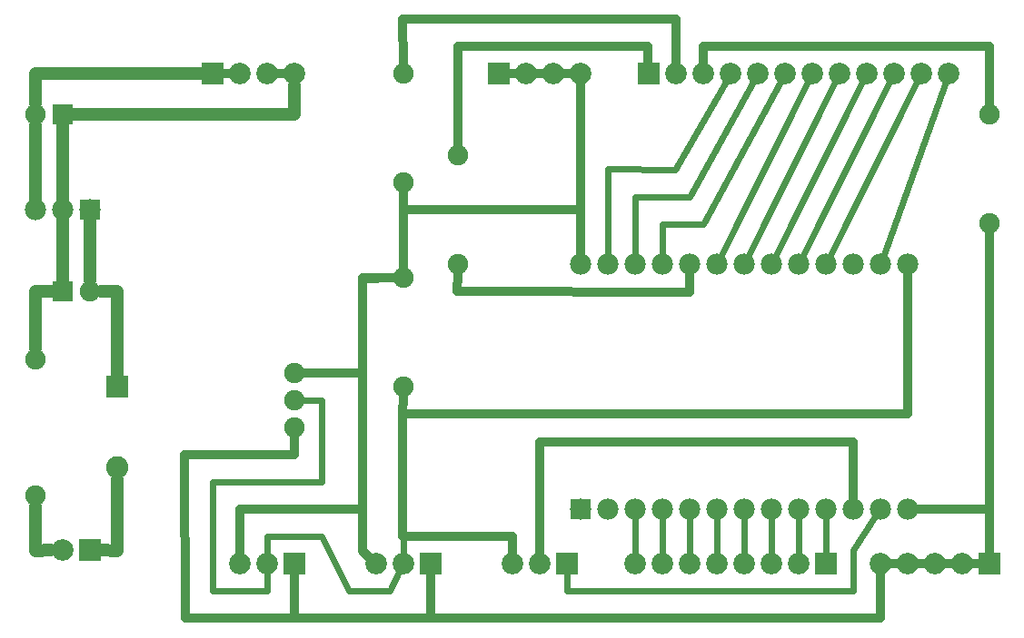
<source format=gbl>
G04 MADE WITH FRITZING*
G04 WWW.FRITZING.ORG*
G04 DOUBLE SIDED*
G04 HOLES PLATED*
G04 CONTOUR ON CENTER OF CONTOUR VECTOR*
%ASAXBY*%
%FSLAX23Y23*%
%MOIN*%
%OFA0B0*%
%SFA1.0B1.0*%
%ADD10C,0.078000*%
%ADD11C,0.075000*%
%ADD12C,0.082000*%
%ADD13C,0.079370*%
%ADD14C,0.075433*%
%ADD15R,0.078000X0.078000*%
%ADD16R,0.075000X0.075000*%
%ADD17R,0.082000X0.082000*%
%ADD18R,0.079370X0.079370*%
%ADD19C,0.032000*%
%ADD20C,0.024000*%
%ADD21C,0.048000*%
%LNCOPPER0*%
G90*
G70*
G54D10*
X371Y1586D03*
X271Y1586D03*
X171Y1586D03*
X2171Y484D03*
X2171Y1384D03*
X2271Y484D03*
X2271Y1384D03*
X2371Y484D03*
X2371Y1384D03*
X2471Y484D03*
X2471Y1384D03*
X2571Y484D03*
X2571Y1384D03*
X2671Y484D03*
X2671Y1384D03*
X2771Y484D03*
X2771Y1384D03*
X2871Y484D03*
X2871Y1384D03*
X2971Y484D03*
X2971Y1384D03*
X3071Y484D03*
X3071Y1384D03*
X3171Y484D03*
X3171Y1384D03*
X3271Y484D03*
X3271Y1384D03*
X3371Y484D03*
X3371Y1384D03*
G54D11*
X271Y1936D03*
X171Y1936D03*
G54D12*
X471Y936D03*
X471Y638D03*
G54D11*
X171Y536D03*
X171Y1036D03*
X271Y1286D03*
X371Y1286D03*
X1521Y2084D03*
X1521Y1684D03*
X3671Y1934D03*
X3671Y1534D03*
X1721Y1784D03*
X1721Y1384D03*
X1521Y1334D03*
X1521Y934D03*
G54D13*
X3671Y284D03*
X3571Y284D03*
X3471Y284D03*
X3371Y284D03*
X3271Y284D03*
X3071Y284D03*
X2971Y284D03*
X2871Y284D03*
X2771Y284D03*
X2671Y284D03*
X2571Y284D03*
X2471Y284D03*
X2371Y284D03*
X2121Y284D03*
X2021Y284D03*
X1921Y284D03*
X1121Y284D03*
X1021Y284D03*
X921Y284D03*
X1621Y284D03*
X1521Y284D03*
X1421Y284D03*
X2421Y2084D03*
X2521Y2084D03*
X2621Y2084D03*
X2721Y2084D03*
X2821Y2084D03*
X2921Y2084D03*
X3021Y2084D03*
X3121Y2084D03*
X3221Y2084D03*
X3321Y2084D03*
X3421Y2084D03*
X3521Y2084D03*
X1871Y2084D03*
X1971Y2084D03*
X2071Y2084D03*
X2171Y2084D03*
X822Y2084D03*
X922Y2084D03*
X1022Y2084D03*
X1122Y2084D03*
X371Y336D03*
X271Y336D03*
G54D14*
X1121Y984D03*
X1121Y884D03*
X1121Y784D03*
G54D15*
X371Y1586D03*
X2172Y485D03*
G54D16*
X271Y1936D03*
G54D17*
X471Y937D03*
G54D16*
X271Y1286D03*
G54D18*
X3671Y284D03*
X3071Y284D03*
X2121Y284D03*
X1121Y284D03*
X1621Y284D03*
X2421Y2084D03*
X1871Y2084D03*
X822Y2084D03*
X371Y336D03*
G54D19*
X3671Y484D02*
X3407Y484D01*
D02*
X3671Y320D02*
X3671Y484D01*
D02*
X2171Y1420D02*
X2171Y2048D01*
G54D20*
D02*
X2271Y1414D02*
X2271Y1736D01*
D02*
X2271Y1736D02*
X2519Y1732D01*
D02*
X2519Y1732D02*
X2706Y2057D01*
D02*
X3007Y2056D02*
X2685Y1411D01*
G54D19*
D02*
X2522Y2120D02*
X2523Y2284D01*
D02*
X2523Y2284D02*
X1519Y2284D01*
D02*
X1519Y2284D02*
X1521Y2118D01*
D02*
X2008Y2084D02*
X2035Y2084D01*
G54D20*
D02*
X2122Y248D02*
X2123Y184D01*
D02*
X3171Y184D02*
X3171Y336D01*
D02*
X3171Y336D02*
X3254Y459D01*
D02*
X2123Y184D02*
X3171Y184D01*
G54D19*
D02*
X3508Y284D02*
X3535Y284D01*
D02*
X1721Y1818D02*
X1723Y2184D01*
D02*
X1723Y2184D02*
X2419Y2184D01*
D02*
X2419Y2184D02*
X2420Y2120D01*
D02*
X2108Y2084D02*
X2135Y2084D01*
G54D20*
D02*
X2806Y2057D02*
X2571Y1632D01*
D02*
X2571Y1632D02*
X2371Y1632D01*
D02*
X2371Y1632D02*
X2371Y1414D01*
G54D19*
D02*
X3308Y284D02*
X3335Y284D01*
D02*
X3408Y284D02*
X3435Y284D01*
D02*
X1521Y1368D02*
X1521Y1650D01*
D02*
X2622Y2120D02*
X2623Y2184D01*
D02*
X2623Y2184D02*
X3671Y2184D01*
D02*
X3671Y2184D02*
X3671Y1968D01*
G54D20*
D02*
X2623Y1532D02*
X2471Y1532D01*
D02*
X2907Y2057D02*
X2623Y1532D01*
D02*
X2471Y1532D02*
X2471Y1414D01*
G54D19*
D02*
X1719Y1284D02*
X2571Y1283D01*
D02*
X1721Y1350D02*
X1719Y1284D01*
D02*
X2571Y1283D02*
X2571Y1348D01*
D02*
X2171Y1420D02*
X2171Y1584D01*
D02*
X2171Y1584D02*
X1523Y1584D01*
D02*
X1523Y1584D02*
X1521Y1368D01*
D02*
X1519Y836D02*
X1519Y384D01*
D02*
X1923Y384D02*
X1922Y320D01*
D02*
X1519Y384D02*
X1923Y384D01*
D02*
X1519Y836D02*
X1521Y900D01*
D02*
X1519Y836D02*
X3371Y836D01*
D02*
X3371Y836D02*
X3371Y1348D01*
D02*
X3407Y484D02*
X3671Y484D01*
D02*
X3671Y484D02*
X3671Y1500D01*
D02*
X3608Y284D02*
X3635Y284D01*
D02*
X1908Y2084D02*
X1935Y2084D01*
D02*
X2021Y320D02*
X2023Y732D01*
D02*
X2023Y732D02*
X3171Y732D01*
D02*
X3171Y732D02*
X3171Y520D01*
G54D21*
D02*
X229Y334D02*
X171Y332D01*
D02*
X171Y332D02*
X171Y496D01*
D02*
X471Y332D02*
X413Y334D01*
D02*
X471Y595D02*
X471Y332D01*
D02*
X171Y1284D02*
X171Y1075D01*
D02*
X231Y1285D02*
X171Y1284D01*
D02*
X471Y1284D02*
X411Y1285D01*
D02*
X471Y979D02*
X471Y1284D01*
D02*
X271Y1325D02*
X271Y1545D01*
D02*
X371Y1325D02*
X371Y1545D01*
D02*
X271Y1627D02*
X271Y1896D01*
D02*
X171Y2084D02*
X171Y1975D01*
D02*
X780Y2084D02*
X171Y2084D01*
D02*
X1123Y1936D02*
X1122Y2042D01*
D02*
X311Y1936D02*
X1123Y1936D01*
D02*
X171Y1896D02*
X171Y1627D01*
G54D19*
D02*
X3271Y84D02*
X3271Y248D01*
D02*
X1623Y84D02*
X3271Y84D01*
D02*
X1621Y253D02*
X1623Y84D01*
D02*
X1623Y84D02*
X1123Y84D01*
D02*
X1123Y84D02*
X1121Y253D01*
D02*
X1621Y253D02*
X1623Y84D01*
G54D20*
D02*
X1323Y184D02*
X1223Y384D01*
D02*
X1223Y384D02*
X1023Y384D01*
D02*
X1471Y184D02*
X1323Y184D01*
D02*
X1023Y384D02*
X1022Y315D01*
D02*
X1507Y256D02*
X1471Y184D01*
D02*
X1521Y315D02*
X1521Y905D01*
G54D19*
D02*
X923Y484D02*
X1371Y484D01*
D02*
X1371Y484D02*
X1371Y1332D01*
D02*
X1371Y1332D02*
X1493Y1334D01*
D02*
X921Y315D02*
X923Y484D01*
D02*
X1371Y1336D02*
X1493Y1334D01*
D02*
X1371Y484D02*
X1371Y1336D01*
D02*
X1371Y332D02*
X1371Y484D01*
D02*
X1399Y305D02*
X1371Y332D01*
D02*
X1371Y1336D02*
X1371Y984D01*
D02*
X1371Y984D02*
X1147Y984D01*
D02*
X1493Y1334D02*
X1371Y1336D01*
D02*
X1123Y84D02*
X723Y84D01*
D02*
X1123Y684D02*
X1122Y758D01*
D02*
X719Y684D02*
X1123Y684D01*
D02*
X723Y84D02*
X719Y684D01*
D02*
X1121Y253D02*
X1123Y84D01*
G54D20*
D02*
X1023Y184D02*
X823Y184D01*
D02*
X823Y584D02*
X1223Y584D01*
D02*
X823Y184D02*
X823Y584D01*
D02*
X1022Y253D02*
X1023Y184D01*
D02*
X1223Y584D02*
X1223Y884D01*
D02*
X1223Y884D02*
X1147Y884D01*
D02*
X3071Y315D02*
X3071Y454D01*
D02*
X2971Y315D02*
X2971Y454D01*
D02*
X2871Y315D02*
X2871Y454D01*
D02*
X2771Y315D02*
X2771Y454D01*
D02*
X2671Y315D02*
X2671Y454D01*
D02*
X2571Y315D02*
X2571Y454D01*
D02*
X2471Y315D02*
X2471Y454D01*
D02*
X2371Y315D02*
X2371Y454D01*
D02*
X3107Y2056D02*
X2785Y1411D01*
D02*
X3207Y2056D02*
X2885Y1411D01*
D02*
X3407Y2056D02*
X3085Y1411D01*
D02*
X3511Y2055D02*
X3281Y1412D01*
G54D19*
D02*
X1052Y2084D02*
X1091Y2084D01*
D02*
X891Y2084D02*
X852Y2084D01*
G54D20*
D02*
X3307Y2056D02*
X2985Y1411D01*
G04 End of Copper0*
M02*
</source>
